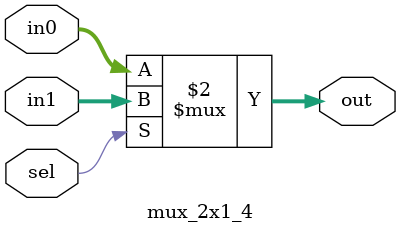
<source format=v>
module mux_2x1_4 (
    input  wire sel,
    input  wire [3:0] in0,
    input  wire [3:0] in1,
    output wire [3:0] out
);

    assign out = (sel == 1'b0) ? in0 : in1;

endmodule

</source>
